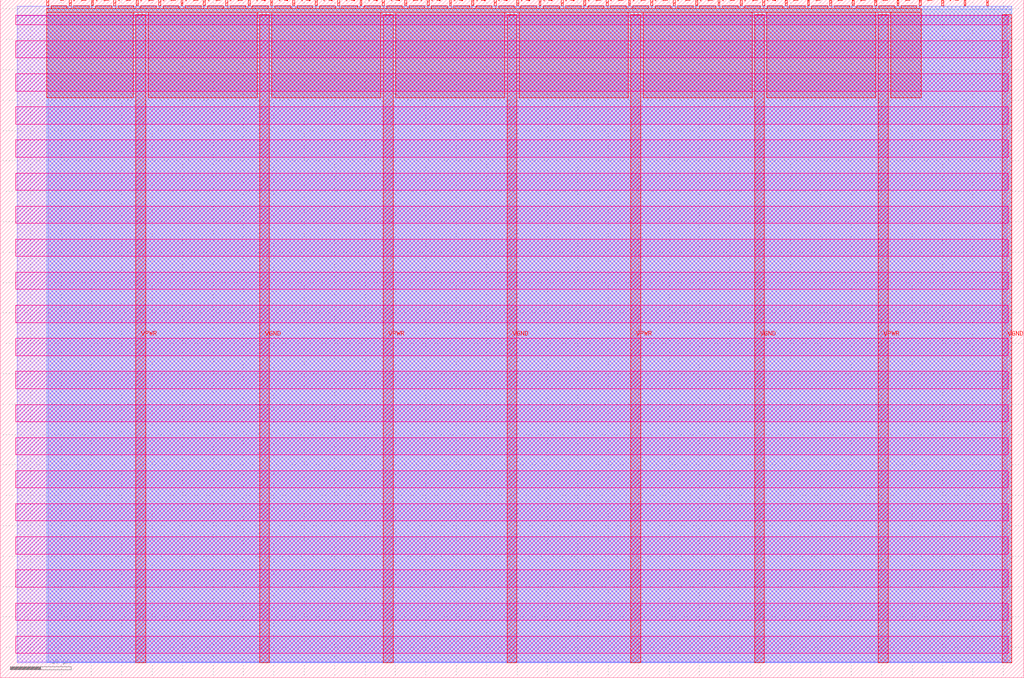
<source format=lef>
VERSION 5.7 ;
  NOWIREEXTENSIONATPIN ON ;
  DIVIDERCHAR "/" ;
  BUSBITCHARS "[]" ;
MACRO tt_um_chip_rom
  CLASS BLOCK ;
  FOREIGN tt_um_chip_rom ;
  ORIGIN 0.000 0.000 ;
  SIZE 168.360 BY 111.520 ;
  PIN VGND
    DIRECTION INOUT ;
    USE GROUND ;
    PORT
      LAYER met4 ;
        RECT 42.670 2.480 44.270 109.040 ;
    END
    PORT
      LAYER met4 ;
        RECT 83.380 2.480 84.980 109.040 ;
    END
    PORT
      LAYER met4 ;
        RECT 124.090 2.480 125.690 109.040 ;
    END
    PORT
      LAYER met4 ;
        RECT 164.800 2.480 166.400 109.040 ;
    END
  END VGND
  PIN VPWR
    DIRECTION INOUT ;
    USE POWER ;
    PORT
      LAYER met4 ;
        RECT 22.315 2.480 23.915 109.040 ;
    END
    PORT
      LAYER met4 ;
        RECT 63.025 2.480 64.625 109.040 ;
    END
    PORT
      LAYER met4 ;
        RECT 103.735 2.480 105.335 109.040 ;
    END
    PORT
      LAYER met4 ;
        RECT 144.445 2.480 146.045 109.040 ;
    END
  END VPWR
  PIN clk
    DIRECTION INPUT ;
    USE SIGNAL ;
    PORT
      LAYER met4 ;
        RECT 158.550 110.520 158.850 111.520 ;
    END
  END clk
  PIN ena
    DIRECTION INPUT ;
    USE SIGNAL ;
    PORT
      LAYER met4 ;
        RECT 162.230 110.520 162.530 111.520 ;
    END
  END ena
  PIN rst_n
    DIRECTION INPUT ;
    USE SIGNAL ;
    PORT
      LAYER met4 ;
        RECT 154.870 110.520 155.170 111.520 ;
    END
  END rst_n
  PIN ui_in[0]
    DIRECTION INPUT ;
    USE SIGNAL ;
    ANTENNAGATEAREA 0.213000 ;
    PORT
      LAYER met4 ;
        RECT 151.190 110.520 151.490 111.520 ;
    END
  END ui_in[0]
  PIN ui_in[1]
    DIRECTION INPUT ;
    USE SIGNAL ;
    ANTENNAGATEAREA 0.159000 ;
    PORT
      LAYER met4 ;
        RECT 147.510 110.520 147.810 111.520 ;
    END
  END ui_in[1]
  PIN ui_in[2]
    DIRECTION INPUT ;
    USE SIGNAL ;
    ANTENNAGATEAREA 0.126000 ;
    PORT
      LAYER met4 ;
        RECT 143.830 110.520 144.130 111.520 ;
    END
  END ui_in[2]
  PIN ui_in[3]
    DIRECTION INPUT ;
    USE SIGNAL ;
    ANTENNAGATEAREA 0.213000 ;
    PORT
      LAYER met4 ;
        RECT 140.150 110.520 140.450 111.520 ;
    END
  END ui_in[3]
  PIN ui_in[4]
    DIRECTION INPUT ;
    USE SIGNAL ;
    ANTENNAGATEAREA 0.196500 ;
    PORT
      LAYER met4 ;
        RECT 136.470 110.520 136.770 111.520 ;
    END
  END ui_in[4]
  PIN ui_in[5]
    DIRECTION INPUT ;
    USE SIGNAL ;
    ANTENNAGATEAREA 0.159000 ;
    PORT
      LAYER met4 ;
        RECT 132.790 110.520 133.090 111.520 ;
    END
  END ui_in[5]
  PIN ui_in[6]
    DIRECTION INPUT ;
    USE SIGNAL ;
    ANTENNAGATEAREA 0.213000 ;
    PORT
      LAYER met4 ;
        RECT 129.110 110.520 129.410 111.520 ;
    END
  END ui_in[6]
  PIN ui_in[7]
    DIRECTION INPUT ;
    USE SIGNAL ;
    ANTENNAGATEAREA 0.247500 ;
    PORT
      LAYER met4 ;
        RECT 125.430 110.520 125.730 111.520 ;
    END
  END ui_in[7]
  PIN uio_in[0]
    DIRECTION INPUT ;
    USE SIGNAL ;
    PORT
      LAYER met4 ;
        RECT 121.750 110.520 122.050 111.520 ;
    END
  END uio_in[0]
  PIN uio_in[1]
    DIRECTION INPUT ;
    USE SIGNAL ;
    PORT
      LAYER met4 ;
        RECT 118.070 110.520 118.370 111.520 ;
    END
  END uio_in[1]
  PIN uio_in[2]
    DIRECTION INPUT ;
    USE SIGNAL ;
    PORT
      LAYER met4 ;
        RECT 114.390 110.520 114.690 111.520 ;
    END
  END uio_in[2]
  PIN uio_in[3]
    DIRECTION INPUT ;
    USE SIGNAL ;
    PORT
      LAYER met4 ;
        RECT 110.710 110.520 111.010 111.520 ;
    END
  END uio_in[3]
  PIN uio_in[4]
    DIRECTION INPUT ;
    USE SIGNAL ;
    PORT
      LAYER met4 ;
        RECT 107.030 110.520 107.330 111.520 ;
    END
  END uio_in[4]
  PIN uio_in[5]
    DIRECTION INPUT ;
    USE SIGNAL ;
    PORT
      LAYER met4 ;
        RECT 103.350 110.520 103.650 111.520 ;
    END
  END uio_in[5]
  PIN uio_in[6]
    DIRECTION INPUT ;
    USE SIGNAL ;
    PORT
      LAYER met4 ;
        RECT 99.670 110.520 99.970 111.520 ;
    END
  END uio_in[6]
  PIN uio_in[7]
    DIRECTION INPUT ;
    USE SIGNAL ;
    PORT
      LAYER met4 ;
        RECT 95.990 110.520 96.290 111.520 ;
    END
  END uio_in[7]
  PIN uio_oe[0]
    DIRECTION OUTPUT TRISTATE ;
    USE SIGNAL ;
    PORT
      LAYER met4 ;
        RECT 33.430 110.520 33.730 111.520 ;
    END
  END uio_oe[0]
  PIN uio_oe[1]
    DIRECTION OUTPUT TRISTATE ;
    USE SIGNAL ;
    PORT
      LAYER met4 ;
        RECT 29.750 110.520 30.050 111.520 ;
    END
  END uio_oe[1]
  PIN uio_oe[2]
    DIRECTION OUTPUT TRISTATE ;
    USE SIGNAL ;
    PORT
      LAYER met4 ;
        RECT 26.070 110.520 26.370 111.520 ;
    END
  END uio_oe[2]
  PIN uio_oe[3]
    DIRECTION OUTPUT TRISTATE ;
    USE SIGNAL ;
    PORT
      LAYER met4 ;
        RECT 22.390 110.520 22.690 111.520 ;
    END
  END uio_oe[3]
  PIN uio_oe[4]
    DIRECTION OUTPUT TRISTATE ;
    USE SIGNAL ;
    PORT
      LAYER met4 ;
        RECT 18.710 110.520 19.010 111.520 ;
    END
  END uio_oe[4]
  PIN uio_oe[5]
    DIRECTION OUTPUT TRISTATE ;
    USE SIGNAL ;
    PORT
      LAYER met4 ;
        RECT 15.030 110.520 15.330 111.520 ;
    END
  END uio_oe[5]
  PIN uio_oe[6]
    DIRECTION OUTPUT TRISTATE ;
    USE SIGNAL ;
    PORT
      LAYER met4 ;
        RECT 11.350 110.520 11.650 111.520 ;
    END
  END uio_oe[6]
  PIN uio_oe[7]
    DIRECTION OUTPUT TRISTATE ;
    USE SIGNAL ;
    PORT
      LAYER met4 ;
        RECT 7.670 110.520 7.970 111.520 ;
    END
  END uio_oe[7]
  PIN uio_out[0]
    DIRECTION OUTPUT TRISTATE ;
    USE SIGNAL ;
    PORT
      LAYER met4 ;
        RECT 62.870 110.520 63.170 111.520 ;
    END
  END uio_out[0]
  PIN uio_out[1]
    DIRECTION OUTPUT TRISTATE ;
    USE SIGNAL ;
    PORT
      LAYER met4 ;
        RECT 59.190 110.520 59.490 111.520 ;
    END
  END uio_out[1]
  PIN uio_out[2]
    DIRECTION OUTPUT TRISTATE ;
    USE SIGNAL ;
    PORT
      LAYER met4 ;
        RECT 55.510 110.520 55.810 111.520 ;
    END
  END uio_out[2]
  PIN uio_out[3]
    DIRECTION OUTPUT TRISTATE ;
    USE SIGNAL ;
    PORT
      LAYER met4 ;
        RECT 51.830 110.520 52.130 111.520 ;
    END
  END uio_out[3]
  PIN uio_out[4]
    DIRECTION OUTPUT TRISTATE ;
    USE SIGNAL ;
    PORT
      LAYER met4 ;
        RECT 48.150 110.520 48.450 111.520 ;
    END
  END uio_out[4]
  PIN uio_out[5]
    DIRECTION OUTPUT TRISTATE ;
    USE SIGNAL ;
    PORT
      LAYER met4 ;
        RECT 44.470 110.520 44.770 111.520 ;
    END
  END uio_out[5]
  PIN uio_out[6]
    DIRECTION OUTPUT TRISTATE ;
    USE SIGNAL ;
    PORT
      LAYER met4 ;
        RECT 40.790 110.520 41.090 111.520 ;
    END
  END uio_out[6]
  PIN uio_out[7]
    DIRECTION OUTPUT TRISTATE ;
    USE SIGNAL ;
    PORT
      LAYER met4 ;
        RECT 37.110 110.520 37.410 111.520 ;
    END
  END uio_out[7]
  PIN uo_out[0]
    DIRECTION OUTPUT TRISTATE ;
    USE SIGNAL ;
    ANTENNADIFFAREA 1.242000 ;
    PORT
      LAYER met4 ;
        RECT 92.310 110.520 92.610 111.520 ;
    END
  END uo_out[0]
  PIN uo_out[1]
    DIRECTION OUTPUT TRISTATE ;
    USE SIGNAL ;
    ANTENNADIFFAREA 1.288000 ;
    PORT
      LAYER met4 ;
        RECT 88.630 110.520 88.930 111.520 ;
    END
  END uo_out[1]
  PIN uo_out[2]
    DIRECTION OUTPUT TRISTATE ;
    USE SIGNAL ;
    ANTENNADIFFAREA 0.911000 ;
    PORT
      LAYER met4 ;
        RECT 84.950 110.520 85.250 111.520 ;
    END
  END uo_out[2]
  PIN uo_out[3]
    DIRECTION OUTPUT TRISTATE ;
    USE SIGNAL ;
    ANTENNADIFFAREA 1.685000 ;
    PORT
      LAYER met4 ;
        RECT 81.270 110.520 81.570 111.520 ;
    END
  END uo_out[3]
  PIN uo_out[4]
    DIRECTION OUTPUT TRISTATE ;
    USE SIGNAL ;
    ANTENNADIFFAREA 1.685000 ;
    PORT
      LAYER met4 ;
        RECT 77.590 110.520 77.890 111.520 ;
    END
  END uo_out[4]
  PIN uo_out[5]
    DIRECTION OUTPUT TRISTATE ;
    USE SIGNAL ;
    ANTENNADIFFAREA 0.891000 ;
    PORT
      LAYER met4 ;
        RECT 73.910 110.520 74.210 111.520 ;
    END
  END uo_out[5]
  PIN uo_out[6]
    DIRECTION OUTPUT TRISTATE ;
    USE SIGNAL ;
    ANTENNADIFFAREA 0.891000 ;
    PORT
      LAYER met4 ;
        RECT 70.230 110.520 70.530 111.520 ;
    END
  END uo_out[6]
  PIN uo_out[7]
    DIRECTION OUTPUT TRISTATE ;
    USE SIGNAL ;
    PORT
      LAYER met4 ;
        RECT 66.550 110.520 66.850 111.520 ;
    END
  END uo_out[7]
  OBS
      LAYER nwell ;
        RECT 2.570 107.385 165.790 108.990 ;
        RECT 2.570 101.945 165.790 104.775 ;
        RECT 2.570 96.505 165.790 99.335 ;
        RECT 2.570 91.065 165.790 93.895 ;
        RECT 2.570 85.625 165.790 88.455 ;
        RECT 2.570 80.185 165.790 83.015 ;
        RECT 2.570 74.745 165.790 77.575 ;
        RECT 2.570 69.305 165.790 72.135 ;
        RECT 2.570 63.865 165.790 66.695 ;
        RECT 2.570 58.425 165.790 61.255 ;
        RECT 2.570 52.985 165.790 55.815 ;
        RECT 2.570 47.545 165.790 50.375 ;
        RECT 2.570 42.105 165.790 44.935 ;
        RECT 2.570 36.665 165.790 39.495 ;
        RECT 2.570 31.225 165.790 34.055 ;
        RECT 2.570 25.785 165.790 28.615 ;
        RECT 2.570 20.345 165.790 23.175 ;
        RECT 2.570 14.905 165.790 17.735 ;
        RECT 2.570 9.465 165.790 12.295 ;
        RECT 2.570 4.025 165.790 6.855 ;
      LAYER li1 ;
        RECT 2.760 2.635 165.600 108.885 ;
      LAYER met1 ;
        RECT 2.760 2.480 166.400 110.460 ;
      LAYER met2 ;
        RECT 7.910 2.535 166.370 110.490 ;
      LAYER met3 ;
        RECT 7.630 2.555 166.390 109.985 ;
      LAYER met4 ;
        RECT 8.370 110.120 10.950 110.520 ;
        RECT 12.050 110.120 14.630 110.520 ;
        RECT 15.730 110.120 18.310 110.520 ;
        RECT 19.410 110.120 21.990 110.520 ;
        RECT 23.090 110.120 25.670 110.520 ;
        RECT 26.770 110.120 29.350 110.520 ;
        RECT 30.450 110.120 33.030 110.520 ;
        RECT 34.130 110.120 36.710 110.520 ;
        RECT 37.810 110.120 40.390 110.520 ;
        RECT 41.490 110.120 44.070 110.520 ;
        RECT 45.170 110.120 47.750 110.520 ;
        RECT 48.850 110.120 51.430 110.520 ;
        RECT 52.530 110.120 55.110 110.520 ;
        RECT 56.210 110.120 58.790 110.520 ;
        RECT 59.890 110.120 62.470 110.520 ;
        RECT 63.570 110.120 66.150 110.520 ;
        RECT 67.250 110.120 69.830 110.520 ;
        RECT 70.930 110.120 73.510 110.520 ;
        RECT 74.610 110.120 77.190 110.520 ;
        RECT 78.290 110.120 80.870 110.520 ;
        RECT 81.970 110.120 84.550 110.520 ;
        RECT 85.650 110.120 88.230 110.520 ;
        RECT 89.330 110.120 91.910 110.520 ;
        RECT 93.010 110.120 95.590 110.520 ;
        RECT 96.690 110.120 99.270 110.520 ;
        RECT 100.370 110.120 102.950 110.520 ;
        RECT 104.050 110.120 106.630 110.520 ;
        RECT 107.730 110.120 110.310 110.520 ;
        RECT 111.410 110.120 113.990 110.520 ;
        RECT 115.090 110.120 117.670 110.520 ;
        RECT 118.770 110.120 121.350 110.520 ;
        RECT 122.450 110.120 125.030 110.520 ;
        RECT 126.130 110.120 128.710 110.520 ;
        RECT 129.810 110.120 132.390 110.520 ;
        RECT 133.490 110.120 136.070 110.520 ;
        RECT 137.170 110.120 139.750 110.520 ;
        RECT 140.850 110.120 143.430 110.520 ;
        RECT 144.530 110.120 147.110 110.520 ;
        RECT 148.210 110.120 150.790 110.520 ;
        RECT 7.655 109.440 151.505 110.120 ;
        RECT 7.655 95.375 21.915 109.440 ;
        RECT 24.315 95.375 42.270 109.440 ;
        RECT 44.670 95.375 62.625 109.440 ;
        RECT 65.025 95.375 82.980 109.440 ;
        RECT 85.380 95.375 103.335 109.440 ;
        RECT 105.735 95.375 123.690 109.440 ;
        RECT 126.090 95.375 144.045 109.440 ;
        RECT 146.445 95.375 151.505 109.440 ;
  END
END tt_um_chip_rom
END LIBRARY


</source>
